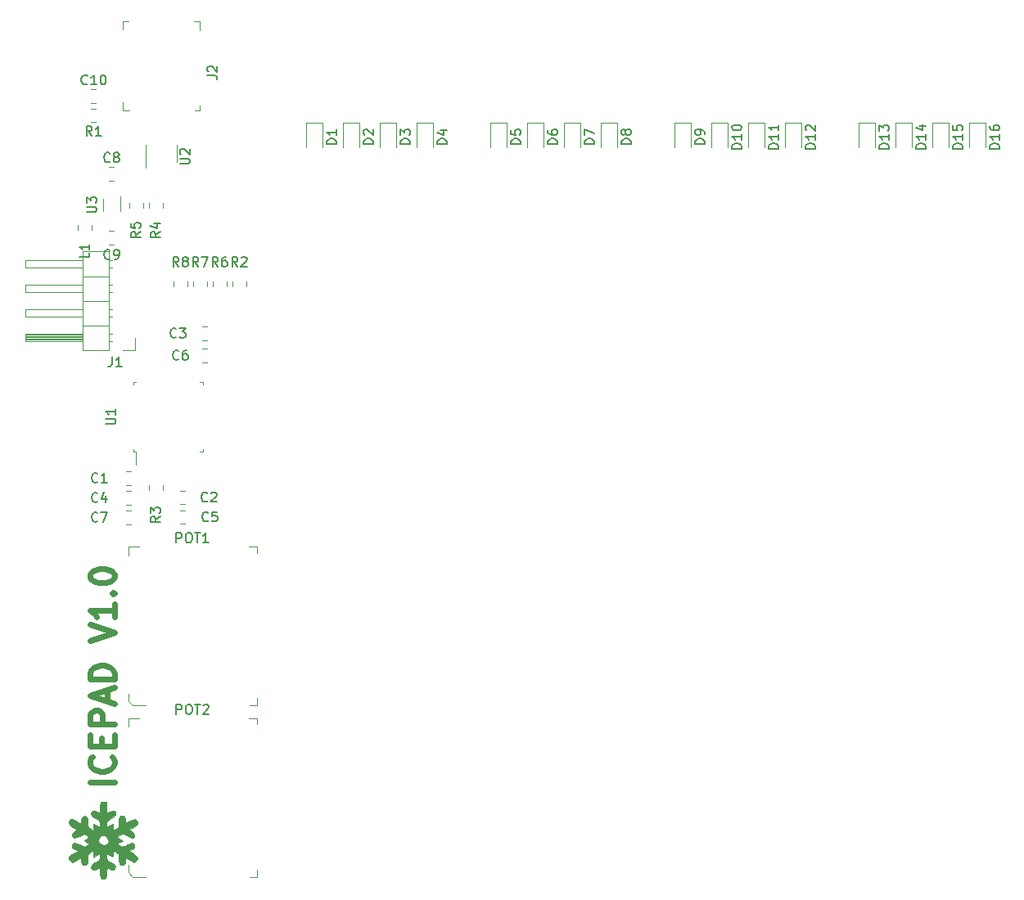
<source format=gbr>
G04 #@! TF.GenerationSoftware,KiCad,Pcbnew,5.1.5-52549c5~86~ubuntu18.04.1*
G04 #@! TF.CreationDate,2020-04-23T16:02:32+01:00*
G04 #@! TF.ProjectId,icepad,69636570-6164-42e6-9b69-6361645f7063,rev?*
G04 #@! TF.SameCoordinates,Original*
G04 #@! TF.FileFunction,Legend,Top*
G04 #@! TF.FilePolarity,Positive*
%FSLAX46Y46*%
G04 Gerber Fmt 4.6, Leading zero omitted, Abs format (unit mm)*
G04 Created by KiCad (PCBNEW 5.1.5-52549c5~86~ubuntu18.04.1) date 2020-04-23 16:02:32*
%MOMM*%
%LPD*%
G04 APERTURE LIST*
%ADD10C,0.625000*%
%ADD11C,0.100000*%
%ADD12C,0.010000*%
%ADD13C,0.120000*%
%ADD14C,0.150000*%
G04 APERTURE END LIST*
D10*
X86130952Y-128952380D02*
X83630952Y-128952380D01*
X85892857Y-126333333D02*
X86011904Y-126452380D01*
X86130952Y-126809523D01*
X86130952Y-127047619D01*
X86011904Y-127404761D01*
X85773809Y-127642857D01*
X85535714Y-127761904D01*
X85059523Y-127880952D01*
X84702380Y-127880952D01*
X84226190Y-127761904D01*
X83988095Y-127642857D01*
X83750000Y-127404761D01*
X83630952Y-127047619D01*
X83630952Y-126809523D01*
X83750000Y-126452380D01*
X83869047Y-126333333D01*
X84821428Y-125261904D02*
X84821428Y-124428571D01*
X86130952Y-124071428D02*
X86130952Y-125261904D01*
X83630952Y-125261904D01*
X83630952Y-124071428D01*
X86130952Y-123000000D02*
X83630952Y-123000000D01*
X83630952Y-122047619D01*
X83750000Y-121809523D01*
X83869047Y-121690476D01*
X84107142Y-121571428D01*
X84464285Y-121571428D01*
X84702380Y-121690476D01*
X84821428Y-121809523D01*
X84940476Y-122047619D01*
X84940476Y-123000000D01*
X85416666Y-120619047D02*
X85416666Y-119428571D01*
X86130952Y-120857142D02*
X83630952Y-120023809D01*
X86130952Y-119190476D01*
X86130952Y-118357142D02*
X83630952Y-118357142D01*
X83630952Y-117761904D01*
X83750000Y-117404761D01*
X83988095Y-117166666D01*
X84226190Y-117047619D01*
X84702380Y-116928571D01*
X85059523Y-116928571D01*
X85535714Y-117047619D01*
X85773809Y-117166666D01*
X86011904Y-117404761D01*
X86130952Y-117761904D01*
X86130952Y-118357142D01*
X83630952Y-114309523D02*
X86130952Y-113476190D01*
X83630952Y-112642857D01*
X86130952Y-110500000D02*
X86130952Y-111928571D01*
X86130952Y-111214285D02*
X83630952Y-111214285D01*
X83988095Y-111452380D01*
X84226190Y-111690476D01*
X84345238Y-111928571D01*
X85892857Y-109428571D02*
X86011904Y-109309523D01*
X86130952Y-109428571D01*
X86011904Y-109547619D01*
X85892857Y-109428571D01*
X86130952Y-109428571D01*
X83630952Y-107761904D02*
X83630952Y-107523809D01*
X83750000Y-107285714D01*
X83869047Y-107166666D01*
X84107142Y-107047619D01*
X84583333Y-106928571D01*
X85178571Y-106928571D01*
X85654761Y-107047619D01*
X85892857Y-107166666D01*
X86011904Y-107285714D01*
X86130952Y-107523809D01*
X86130952Y-107761904D01*
X86011904Y-108000000D01*
X85892857Y-108119047D01*
X85654761Y-108238095D01*
X85178571Y-108357142D01*
X84583333Y-108357142D01*
X84107142Y-108238095D01*
X83869047Y-108119047D01*
X83750000Y-108000000D01*
X83630952Y-107761904D01*
D11*
X94975000Y-59525000D02*
X94500000Y-59525000D01*
X94975000Y-58950000D02*
X94975000Y-59525000D01*
X94975000Y-50275000D02*
X94350000Y-50275000D01*
X94975000Y-51200000D02*
X94975000Y-50275000D01*
X87025000Y-50275000D02*
X87650000Y-50275000D01*
X87025000Y-51125000D02*
X87025000Y-50275000D01*
X87025000Y-58650000D02*
X87025000Y-59500000D01*
X87675000Y-59525000D02*
X87025000Y-59525000D01*
X87025000Y-59525000D02*
X87025000Y-59500000D01*
X100875000Y-122350000D02*
X100875000Y-123000000D01*
X100025000Y-122350000D02*
X100875000Y-122350000D01*
X100875000Y-138800000D02*
X100125000Y-138800000D01*
X100875000Y-138025000D02*
X100875000Y-138800000D01*
X87625000Y-122350000D02*
X87625000Y-123250000D01*
X88700000Y-122350000D02*
X87625000Y-122350000D01*
X88050000Y-138800000D02*
X89350000Y-138800000D01*
X87625000Y-138350000D02*
X88050000Y-138800000D01*
X87625000Y-137575000D02*
X87625000Y-138350000D01*
X100875000Y-104600000D02*
X100875000Y-105250000D01*
X100025000Y-104600000D02*
X100875000Y-104600000D01*
X100875000Y-121050000D02*
X100125000Y-121050000D01*
X100875000Y-120275000D02*
X100875000Y-121050000D01*
X87625000Y-104600000D02*
X87625000Y-105500000D01*
X88700000Y-104600000D02*
X87625000Y-104600000D01*
X88050000Y-121050000D02*
X89350000Y-121050000D01*
X87625000Y-120600000D02*
X88050000Y-121050000D01*
X87625000Y-119825000D02*
X87625000Y-120600000D01*
D12*
G36*
X85321362Y-131634250D02*
G01*
X85346392Y-132205500D01*
X85662947Y-132044005D01*
X85950477Y-131945835D01*
X86154087Y-131979174D01*
X86258956Y-132139081D01*
X86270000Y-132246326D01*
X86231812Y-132386435D01*
X86097629Y-132526001D01*
X85838022Y-132694581D01*
X85804333Y-132714000D01*
X85549770Y-132866810D01*
X85410263Y-132984847D01*
X85351387Y-133112894D01*
X85338717Y-133295734D01*
X85338666Y-133319785D01*
X85338666Y-133659144D01*
X85623826Y-133482905D01*
X85817854Y-133370619D01*
X85946505Y-133310077D01*
X85962493Y-133306666D01*
X85995729Y-133381942D01*
X86014470Y-133570406D01*
X86016000Y-133652388D01*
X86029570Y-133858762D01*
X86063620Y-133963893D01*
X86079500Y-133967172D01*
X86354705Y-133831130D01*
X86513069Y-133724610D01*
X86586756Y-133596693D01*
X86607931Y-133396457D01*
X86608666Y-133129448D01*
X86614925Y-132818412D01*
X86640954Y-132636185D01*
X86697632Y-132542475D01*
X86778000Y-132502333D01*
X87044571Y-132472470D01*
X87214078Y-132581181D01*
X87284130Y-132826647D01*
X87286000Y-132889038D01*
X87297737Y-133099080D01*
X87327000Y-133214407D01*
X87338042Y-133221999D01*
X87435532Y-133184606D01*
X87631291Y-133088347D01*
X87798970Y-132999456D01*
X88112030Y-132857865D01*
X88325508Y-132837911D01*
X88460779Y-132942725D01*
X88523907Y-133105659D01*
X88537590Y-133266638D01*
X88471386Y-133405902D01*
X88300842Y-133551525D01*
X88001507Y-133731586D01*
X87957749Y-133755754D01*
X87679622Y-133908509D01*
X87948477Y-134072010D01*
X88143711Y-134253359D01*
X88220031Y-134460460D01*
X88169421Y-134647676D01*
X88065271Y-134736756D01*
X87928350Y-134761621D01*
X87736720Y-134696545D01*
X87515188Y-134570401D01*
X87254182Y-134414154D01*
X87080042Y-134343350D01*
X86937203Y-134351849D01*
X86770100Y-134433513D01*
X86693370Y-134479599D01*
X86435314Y-134636532D01*
X86710314Y-134848605D01*
X86985313Y-135060677D01*
X86709555Y-135203278D01*
X86524527Y-135322101D01*
X86495643Y-135421871D01*
X86626547Y-135523815D01*
X86776298Y-135591961D01*
X86936721Y-135643262D01*
X87086609Y-135637021D01*
X87283056Y-135562561D01*
X87489362Y-135458632D01*
X87754989Y-135328550D01*
X87920847Y-135277836D01*
X88031303Y-135296985D01*
X88081914Y-135331679D01*
X88208722Y-135523674D01*
X88182297Y-135734547D01*
X88009882Y-135929124D01*
X87951006Y-135967480D01*
X87684679Y-136124803D01*
X88120339Y-136387140D01*
X88405835Y-136588415D01*
X88536046Y-136766429D01*
X88518854Y-136943211D01*
X88382714Y-137120619D01*
X88209428Y-137293904D01*
X87286000Y-136765572D01*
X87286000Y-137079952D01*
X87237054Y-137368356D01*
X87101181Y-137529642D01*
X86894826Y-137548935D01*
X86803071Y-137516729D01*
X86694195Y-137447478D01*
X86635485Y-137335324D01*
X86612053Y-137133775D01*
X86608666Y-136909664D01*
X86602161Y-136617685D01*
X86569855Y-136443117D01*
X86492559Y-136334169D01*
X86362769Y-136245921D01*
X86155200Y-136133133D01*
X86053068Y-136127765D01*
X86019130Y-136246041D01*
X86016000Y-136397000D01*
X86006923Y-136598107D01*
X85956701Y-136675134D01*
X85830851Y-136638639D01*
X85623826Y-136517094D01*
X85338666Y-136340855D01*
X85338666Y-136680214D01*
X85348498Y-136871353D01*
X85400942Y-137003026D01*
X85530425Y-137120014D01*
X85771370Y-137267103D01*
X85804333Y-137286000D01*
X86077429Y-137458551D01*
X86222604Y-137599124D01*
X86269555Y-137737625D01*
X86270000Y-137754901D01*
X86209327Y-137969910D01*
X86046493Y-138067658D01*
X85810272Y-138038258D01*
X85659860Y-137964532D01*
X85381000Y-137794394D01*
X85338666Y-138365697D01*
X85312917Y-138668404D01*
X85278970Y-138841352D01*
X85217159Y-138923723D01*
X85107816Y-138954703D01*
X85039290Y-138962179D01*
X84838528Y-138962038D01*
X84721790Y-138926901D01*
X84690517Y-138816577D01*
X84668674Y-138588501D01*
X84661333Y-138321859D01*
X84661333Y-137777273D01*
X84359814Y-137955174D01*
X84084017Y-138063805D01*
X83872862Y-138040796D01*
X83750610Y-137893861D01*
X83730000Y-137754901D01*
X83767491Y-137614707D01*
X83899765Y-137475905D01*
X84156519Y-137308590D01*
X84195666Y-137286000D01*
X84450299Y-137133087D01*
X84589821Y-137014944D01*
X84648671Y-136886910D01*
X84661288Y-136704325D01*
X84661333Y-136682122D01*
X84655755Y-136490573D01*
X84617868Y-136408653D01*
X84515941Y-136432520D01*
X84318241Y-136558333D01*
X84216833Y-136628314D01*
X83984000Y-136789530D01*
X83984000Y-136021710D01*
X83687666Y-136196551D01*
X83525390Y-136301342D01*
X83436742Y-136407210D01*
X83399492Y-136566911D01*
X83391407Y-136833204D01*
X83391333Y-136899772D01*
X83384660Y-137195410D01*
X83354496Y-137368364D01*
X83285619Y-137465079D01*
X83187794Y-137520891D01*
X82975663Y-137545976D01*
X82813995Y-137426480D01*
X82724719Y-137184731D01*
X82713999Y-137038417D01*
X82713999Y-136761835D01*
X82248796Y-137024380D01*
X81783592Y-137286925D01*
X81613796Y-137117129D01*
X81464263Y-136915562D01*
X81458355Y-136736805D01*
X81603520Y-136563185D01*
X81907206Y-136377032D01*
X81930833Y-136364976D01*
X82417666Y-136118571D01*
X82100166Y-135966937D01*
X81886590Y-135839774D01*
X81795780Y-135700016D01*
X81782666Y-135578598D01*
X81840687Y-135369464D01*
X82005200Y-135281176D01*
X82261878Y-135315937D01*
X82566570Y-135458170D01*
X82850633Y-135609411D01*
X83051376Y-135663301D01*
X83221346Y-135623544D01*
X83384818Y-135515868D01*
X83589969Y-135358168D01*
X83321318Y-135219243D01*
X83118328Y-135095613D01*
X83105301Y-135066337D01*
X84465695Y-135066337D01*
X84545034Y-135209092D01*
X84587123Y-135268685D01*
X84805943Y-135463714D01*
X85057368Y-135523999D01*
X85294733Y-135450021D01*
X85462769Y-135259602D01*
X85541160Y-135072752D01*
X85528989Y-134922887D01*
X85443777Y-134752137D01*
X85297643Y-134564303D01*
X85108598Y-134496471D01*
X85019922Y-134492535D01*
X84801273Y-134527866D01*
X84644035Y-134664569D01*
X84580113Y-134760685D01*
X84477767Y-134944320D01*
X84465695Y-135066337D01*
X83105301Y-135066337D01*
X83072929Y-134993591D01*
X83184530Y-134879021D01*
X83314036Y-134797447D01*
X83575406Y-134643052D01*
X83296083Y-134473186D01*
X83016760Y-134303319D01*
X82547880Y-134561063D01*
X82254571Y-134707048D01*
X82060432Y-134761595D01*
X81930833Y-134735862D01*
X81796687Y-134582596D01*
X81794493Y-134381193D01*
X81916075Y-134178580D01*
X82045904Y-134075426D01*
X82309141Y-133915342D01*
X82109404Y-133786473D01*
X81873689Y-133650745D01*
X81676833Y-133553212D01*
X81487449Y-133398974D01*
X81452743Y-133177125D01*
X81531645Y-132962433D01*
X81628756Y-132841376D01*
X81763908Y-132812104D01*
X81968891Y-132878320D01*
X82275494Y-133043732D01*
X82286940Y-133050469D01*
X82713999Y-133302272D01*
X82713999Y-132976170D01*
X82758170Y-132675175D01*
X82885206Y-132512607D01*
X83086897Y-132496285D01*
X83182173Y-132530403D01*
X83296887Y-132598551D01*
X83359833Y-132701006D01*
X83386235Y-132883895D01*
X83391333Y-133164261D01*
X83393487Y-133449074D01*
X83421514Y-133625813D01*
X83507762Y-133743559D01*
X83684580Y-133851395D01*
X83920500Y-133967172D01*
X83959541Y-133912281D01*
X83981924Y-133737628D01*
X83984000Y-133650668D01*
X83984000Y-133303225D01*
X84322666Y-133476000D01*
X84661333Y-133648774D01*
X84661333Y-133314601D01*
X84651113Y-133125934D01*
X84597480Y-132995104D01*
X84465972Y-132877663D01*
X84222130Y-132729165D01*
X84195666Y-132714000D01*
X83922570Y-132541448D01*
X83777395Y-132400875D01*
X83730444Y-132262374D01*
X83730000Y-132245098D01*
X83790672Y-132030089D01*
X83953506Y-131932341D01*
X84189727Y-131961741D01*
X84340139Y-132035467D01*
X84619000Y-132205605D01*
X84661333Y-131634302D01*
X84703666Y-131063000D01*
X85296333Y-131063000D01*
X85321362Y-131634250D01*
G37*
X85321362Y-131634250D02*
X85346392Y-132205500D01*
X85662947Y-132044005D01*
X85950477Y-131945835D01*
X86154087Y-131979174D01*
X86258956Y-132139081D01*
X86270000Y-132246326D01*
X86231812Y-132386435D01*
X86097629Y-132526001D01*
X85838022Y-132694581D01*
X85804333Y-132714000D01*
X85549770Y-132866810D01*
X85410263Y-132984847D01*
X85351387Y-133112894D01*
X85338717Y-133295734D01*
X85338666Y-133319785D01*
X85338666Y-133659144D01*
X85623826Y-133482905D01*
X85817854Y-133370619D01*
X85946505Y-133310077D01*
X85962493Y-133306666D01*
X85995729Y-133381942D01*
X86014470Y-133570406D01*
X86016000Y-133652388D01*
X86029570Y-133858762D01*
X86063620Y-133963893D01*
X86079500Y-133967172D01*
X86354705Y-133831130D01*
X86513069Y-133724610D01*
X86586756Y-133596693D01*
X86607931Y-133396457D01*
X86608666Y-133129448D01*
X86614925Y-132818412D01*
X86640954Y-132636185D01*
X86697632Y-132542475D01*
X86778000Y-132502333D01*
X87044571Y-132472470D01*
X87214078Y-132581181D01*
X87284130Y-132826647D01*
X87286000Y-132889038D01*
X87297737Y-133099080D01*
X87327000Y-133214407D01*
X87338042Y-133221999D01*
X87435532Y-133184606D01*
X87631291Y-133088347D01*
X87798970Y-132999456D01*
X88112030Y-132857865D01*
X88325508Y-132837911D01*
X88460779Y-132942725D01*
X88523907Y-133105659D01*
X88537590Y-133266638D01*
X88471386Y-133405902D01*
X88300842Y-133551525D01*
X88001507Y-133731586D01*
X87957749Y-133755754D01*
X87679622Y-133908509D01*
X87948477Y-134072010D01*
X88143711Y-134253359D01*
X88220031Y-134460460D01*
X88169421Y-134647676D01*
X88065271Y-134736756D01*
X87928350Y-134761621D01*
X87736720Y-134696545D01*
X87515188Y-134570401D01*
X87254182Y-134414154D01*
X87080042Y-134343350D01*
X86937203Y-134351849D01*
X86770100Y-134433513D01*
X86693370Y-134479599D01*
X86435314Y-134636532D01*
X86710314Y-134848605D01*
X86985313Y-135060677D01*
X86709555Y-135203278D01*
X86524527Y-135322101D01*
X86495643Y-135421871D01*
X86626547Y-135523815D01*
X86776298Y-135591961D01*
X86936721Y-135643262D01*
X87086609Y-135637021D01*
X87283056Y-135562561D01*
X87489362Y-135458632D01*
X87754989Y-135328550D01*
X87920847Y-135277836D01*
X88031303Y-135296985D01*
X88081914Y-135331679D01*
X88208722Y-135523674D01*
X88182297Y-135734547D01*
X88009882Y-135929124D01*
X87951006Y-135967480D01*
X87684679Y-136124803D01*
X88120339Y-136387140D01*
X88405835Y-136588415D01*
X88536046Y-136766429D01*
X88518854Y-136943211D01*
X88382714Y-137120619D01*
X88209428Y-137293904D01*
X87286000Y-136765572D01*
X87286000Y-137079952D01*
X87237054Y-137368356D01*
X87101181Y-137529642D01*
X86894826Y-137548935D01*
X86803071Y-137516729D01*
X86694195Y-137447478D01*
X86635485Y-137335324D01*
X86612053Y-137133775D01*
X86608666Y-136909664D01*
X86602161Y-136617685D01*
X86569855Y-136443117D01*
X86492559Y-136334169D01*
X86362769Y-136245921D01*
X86155200Y-136133133D01*
X86053068Y-136127765D01*
X86019130Y-136246041D01*
X86016000Y-136397000D01*
X86006923Y-136598107D01*
X85956701Y-136675134D01*
X85830851Y-136638639D01*
X85623826Y-136517094D01*
X85338666Y-136340855D01*
X85338666Y-136680214D01*
X85348498Y-136871353D01*
X85400942Y-137003026D01*
X85530425Y-137120014D01*
X85771370Y-137267103D01*
X85804333Y-137286000D01*
X86077429Y-137458551D01*
X86222604Y-137599124D01*
X86269555Y-137737625D01*
X86270000Y-137754901D01*
X86209327Y-137969910D01*
X86046493Y-138067658D01*
X85810272Y-138038258D01*
X85659860Y-137964532D01*
X85381000Y-137794394D01*
X85338666Y-138365697D01*
X85312917Y-138668404D01*
X85278970Y-138841352D01*
X85217159Y-138923723D01*
X85107816Y-138954703D01*
X85039290Y-138962179D01*
X84838528Y-138962038D01*
X84721790Y-138926901D01*
X84690517Y-138816577D01*
X84668674Y-138588501D01*
X84661333Y-138321859D01*
X84661333Y-137777273D01*
X84359814Y-137955174D01*
X84084017Y-138063805D01*
X83872862Y-138040796D01*
X83750610Y-137893861D01*
X83730000Y-137754901D01*
X83767491Y-137614707D01*
X83899765Y-137475905D01*
X84156519Y-137308590D01*
X84195666Y-137286000D01*
X84450299Y-137133087D01*
X84589821Y-137014944D01*
X84648671Y-136886910D01*
X84661288Y-136704325D01*
X84661333Y-136682122D01*
X84655755Y-136490573D01*
X84617868Y-136408653D01*
X84515941Y-136432520D01*
X84318241Y-136558333D01*
X84216833Y-136628314D01*
X83984000Y-136789530D01*
X83984000Y-136021710D01*
X83687666Y-136196551D01*
X83525390Y-136301342D01*
X83436742Y-136407210D01*
X83399492Y-136566911D01*
X83391407Y-136833204D01*
X83391333Y-136899772D01*
X83384660Y-137195410D01*
X83354496Y-137368364D01*
X83285619Y-137465079D01*
X83187794Y-137520891D01*
X82975663Y-137545976D01*
X82813995Y-137426480D01*
X82724719Y-137184731D01*
X82713999Y-137038417D01*
X82713999Y-136761835D01*
X82248796Y-137024380D01*
X81783592Y-137286925D01*
X81613796Y-137117129D01*
X81464263Y-136915562D01*
X81458355Y-136736805D01*
X81603520Y-136563185D01*
X81907206Y-136377032D01*
X81930833Y-136364976D01*
X82417666Y-136118571D01*
X82100166Y-135966937D01*
X81886590Y-135839774D01*
X81795780Y-135700016D01*
X81782666Y-135578598D01*
X81840687Y-135369464D01*
X82005200Y-135281176D01*
X82261878Y-135315937D01*
X82566570Y-135458170D01*
X82850633Y-135609411D01*
X83051376Y-135663301D01*
X83221346Y-135623544D01*
X83384818Y-135515868D01*
X83589969Y-135358168D01*
X83321318Y-135219243D01*
X83118328Y-135095613D01*
X83105301Y-135066337D01*
X84465695Y-135066337D01*
X84545034Y-135209092D01*
X84587123Y-135268685D01*
X84805943Y-135463714D01*
X85057368Y-135523999D01*
X85294733Y-135450021D01*
X85462769Y-135259602D01*
X85541160Y-135072752D01*
X85528989Y-134922887D01*
X85443777Y-134752137D01*
X85297643Y-134564303D01*
X85108598Y-134496471D01*
X85019922Y-134492535D01*
X84801273Y-134527866D01*
X84644035Y-134664569D01*
X84580113Y-134760685D01*
X84477767Y-134944320D01*
X84465695Y-135066337D01*
X83105301Y-135066337D01*
X83072929Y-134993591D01*
X83184530Y-134879021D01*
X83314036Y-134797447D01*
X83575406Y-134643052D01*
X83296083Y-134473186D01*
X83016760Y-134303319D01*
X82547880Y-134561063D01*
X82254571Y-134707048D01*
X82060432Y-134761595D01*
X81930833Y-134735862D01*
X81796687Y-134582596D01*
X81794493Y-134381193D01*
X81916075Y-134178580D01*
X82045904Y-134075426D01*
X82309141Y-133915342D01*
X82109404Y-133786473D01*
X81873689Y-133650745D01*
X81676833Y-133553212D01*
X81487449Y-133398974D01*
X81452743Y-133177125D01*
X81531645Y-132962433D01*
X81628756Y-132841376D01*
X81763908Y-132812104D01*
X81968891Y-132878320D01*
X82275494Y-133043732D01*
X82286940Y-133050469D01*
X82713999Y-133302272D01*
X82713999Y-132976170D01*
X82758170Y-132675175D01*
X82885206Y-132512607D01*
X83086897Y-132496285D01*
X83182173Y-132530403D01*
X83296887Y-132598551D01*
X83359833Y-132701006D01*
X83386235Y-132883895D01*
X83391333Y-133164261D01*
X83393487Y-133449074D01*
X83421514Y-133625813D01*
X83507762Y-133743559D01*
X83684580Y-133851395D01*
X83920500Y-133967172D01*
X83959541Y-133912281D01*
X83981924Y-133737628D01*
X83984000Y-133650668D01*
X83984000Y-133303225D01*
X84322666Y-133476000D01*
X84661333Y-133648774D01*
X84661333Y-133314601D01*
X84651113Y-133125934D01*
X84597480Y-132995104D01*
X84465972Y-132877663D01*
X84222130Y-132729165D01*
X84195666Y-132714000D01*
X83922570Y-132541448D01*
X83777395Y-132400875D01*
X83730444Y-132262374D01*
X83730000Y-132245098D01*
X83790672Y-132030089D01*
X83953506Y-131932341D01*
X84189727Y-131961741D01*
X84340139Y-132035467D01*
X84619000Y-132205605D01*
X84661333Y-131634302D01*
X84703666Y-131063000D01*
X85296333Y-131063000D01*
X85321362Y-131634250D01*
D13*
X93674000Y-77728578D02*
X93674000Y-77211422D01*
X92254000Y-77728578D02*
X92254000Y-77211422D01*
X95706000Y-77728578D02*
X95706000Y-77211422D01*
X94286000Y-77728578D02*
X94286000Y-77211422D01*
X97738000Y-77728578D02*
X97738000Y-77211422D01*
X96318000Y-77728578D02*
X96318000Y-77211422D01*
X99770000Y-77728578D02*
X99770000Y-77211422D01*
X98350000Y-77728578D02*
X98350000Y-77211422D01*
X89714000Y-98293422D02*
X89714000Y-98810578D01*
X91134000Y-98293422D02*
X91134000Y-98810578D01*
X83741422Y-58710000D02*
X84258578Y-58710000D01*
X83741422Y-57290000D02*
X84258578Y-57290000D01*
X85593422Y-73354000D02*
X86110578Y-73354000D01*
X85593422Y-71934000D02*
X86110578Y-71934000D01*
X85593422Y-66750000D02*
X86110578Y-66750000D01*
X85593422Y-65330000D02*
X86110578Y-65330000D01*
X87888578Y-100890000D02*
X87371422Y-100890000D01*
X87888578Y-102310000D02*
X87371422Y-102310000D01*
X95245422Y-85546000D02*
X95762578Y-85546000D01*
X95245422Y-84126000D02*
X95762578Y-84126000D01*
X92959422Y-102278000D02*
X93476578Y-102278000D01*
X92959422Y-100858000D02*
X93476578Y-100858000D01*
X87888578Y-98858000D02*
X87371422Y-98858000D01*
X87888578Y-100278000D02*
X87371422Y-100278000D01*
X95245422Y-83260000D02*
X95762578Y-83260000D01*
X95245422Y-81840000D02*
X95762578Y-81840000D01*
X92959422Y-100246000D02*
X93476578Y-100246000D01*
X92959422Y-98826000D02*
X93476578Y-98826000D01*
X87888578Y-96826000D02*
X87371422Y-96826000D01*
X87888578Y-98246000D02*
X87371422Y-98246000D01*
X84258578Y-59290000D02*
X83741422Y-59290000D01*
X84258578Y-60710000D02*
X83741422Y-60710000D01*
X86752000Y-68342000D02*
X86752000Y-69892000D01*
X84952000Y-69892000D02*
X84952000Y-68592000D01*
X89390000Y-63000000D02*
X89390000Y-65450000D01*
X92610000Y-64800000D02*
X92610000Y-63000000D01*
X88384000Y-94796000D02*
X88384000Y-96111000D01*
X88084000Y-94796000D02*
X88384000Y-94796000D01*
X88084000Y-94496000D02*
X88084000Y-94796000D01*
X88084000Y-87576000D02*
X88384000Y-87576000D01*
X88084000Y-87876000D02*
X88084000Y-87576000D01*
X95304000Y-94796000D02*
X95004000Y-94796000D01*
X95304000Y-94496000D02*
X95304000Y-94796000D01*
X95304000Y-87576000D02*
X95004000Y-87576000D01*
X95304000Y-87876000D02*
X95304000Y-87576000D01*
X87682000Y-69083422D02*
X87682000Y-69600578D01*
X89102000Y-69083422D02*
X89102000Y-69600578D01*
X91134000Y-69600578D02*
X91134000Y-69083422D01*
X89714000Y-69600578D02*
X89714000Y-69083422D01*
X82348000Y-71369422D02*
X82348000Y-71886578D01*
X83768000Y-71369422D02*
X83768000Y-71886578D01*
X88270000Y-84270000D02*
X87000000Y-84270000D01*
X88270000Y-83000000D02*
X88270000Y-84270000D01*
X85957071Y-75000000D02*
X85560000Y-75000000D01*
X85957071Y-75760000D02*
X85560000Y-75760000D01*
X76900000Y-75000000D02*
X82900000Y-75000000D01*
X76900000Y-75760000D02*
X76900000Y-75000000D01*
X82900000Y-75760000D02*
X76900000Y-75760000D01*
X85560000Y-76650000D02*
X82900000Y-76650000D01*
X85957071Y-77540000D02*
X85560000Y-77540000D01*
X85957071Y-78300000D02*
X85560000Y-78300000D01*
X76900000Y-77540000D02*
X82900000Y-77540000D01*
X76900000Y-78300000D02*
X76900000Y-77540000D01*
X82900000Y-78300000D02*
X76900000Y-78300000D01*
X85560000Y-79190000D02*
X82900000Y-79190000D01*
X85957071Y-80080000D02*
X85560000Y-80080000D01*
X85957071Y-80840000D02*
X85560000Y-80840000D01*
X76900000Y-80080000D02*
X82900000Y-80080000D01*
X76900000Y-80840000D02*
X76900000Y-80080000D01*
X82900000Y-80840000D02*
X76900000Y-80840000D01*
X85560000Y-81730000D02*
X82900000Y-81730000D01*
X85890000Y-82620000D02*
X85560000Y-82620000D01*
X85890000Y-83380000D02*
X85560000Y-83380000D01*
X82900000Y-82720000D02*
X76900000Y-82720000D01*
X82900000Y-82840000D02*
X76900000Y-82840000D01*
X82900000Y-82960000D02*
X76900000Y-82960000D01*
X82900000Y-83080000D02*
X76900000Y-83080000D01*
X82900000Y-83200000D02*
X76900000Y-83200000D01*
X82900000Y-83320000D02*
X76900000Y-83320000D01*
X76900000Y-82620000D02*
X82900000Y-82620000D01*
X76900000Y-83380000D02*
X76900000Y-82620000D01*
X82900000Y-83380000D02*
X76900000Y-83380000D01*
X82900000Y-84330000D02*
X85560000Y-84330000D01*
X82900000Y-74050000D02*
X82900000Y-84330000D01*
X85560000Y-74050000D02*
X82900000Y-74050000D01*
X85560000Y-84330000D02*
X85560000Y-74050000D01*
X176237000Y-60730000D02*
X176237000Y-63280000D01*
X174537000Y-60730000D02*
X174537000Y-63280000D01*
X176237000Y-60730000D02*
X174537000Y-60730000D01*
X172427000Y-60730000D02*
X172427000Y-63280000D01*
X170727000Y-60730000D02*
X170727000Y-63280000D01*
X172427000Y-60730000D02*
X170727000Y-60730000D01*
X168617000Y-60730000D02*
X168617000Y-63280000D01*
X166917000Y-60730000D02*
X166917000Y-63280000D01*
X168617000Y-60730000D02*
X166917000Y-60730000D01*
X164807000Y-60730000D02*
X164807000Y-63280000D01*
X163107000Y-60730000D02*
X163107000Y-63280000D01*
X164807000Y-60730000D02*
X163107000Y-60730000D01*
X157187000Y-60730000D02*
X157187000Y-63280000D01*
X155487000Y-60730000D02*
X155487000Y-63280000D01*
X157187000Y-60730000D02*
X155487000Y-60730000D01*
X153377000Y-60730000D02*
X153377000Y-63280000D01*
X151677000Y-60730000D02*
X151677000Y-63280000D01*
X153377000Y-60730000D02*
X151677000Y-60730000D01*
X149567000Y-60730000D02*
X149567000Y-63280000D01*
X147867000Y-60730000D02*
X147867000Y-63280000D01*
X149567000Y-60730000D02*
X147867000Y-60730000D01*
X145757000Y-60730000D02*
X145757000Y-63280000D01*
X144057000Y-60730000D02*
X144057000Y-63280000D01*
X145757000Y-60730000D02*
X144057000Y-60730000D01*
X138137000Y-60730000D02*
X138137000Y-63280000D01*
X136437000Y-60730000D02*
X136437000Y-63280000D01*
X138137000Y-60730000D02*
X136437000Y-60730000D01*
X134327000Y-60730000D02*
X134327000Y-63280000D01*
X132627000Y-60730000D02*
X132627000Y-63280000D01*
X134327000Y-60730000D02*
X132627000Y-60730000D01*
X130517000Y-60730000D02*
X130517000Y-63280000D01*
X128817000Y-60730000D02*
X128817000Y-63280000D01*
X130517000Y-60730000D02*
X128817000Y-60730000D01*
X126707000Y-60730000D02*
X126707000Y-63280000D01*
X125007000Y-60730000D02*
X125007000Y-63280000D01*
X126707000Y-60730000D02*
X125007000Y-60730000D01*
X119087000Y-60730000D02*
X119087000Y-63280000D01*
X117387000Y-60730000D02*
X117387000Y-63280000D01*
X119087000Y-60730000D02*
X117387000Y-60730000D01*
X115277000Y-60730000D02*
X115277000Y-63280000D01*
X113577000Y-60730000D02*
X113577000Y-63280000D01*
X115277000Y-60730000D02*
X113577000Y-60730000D01*
X111467000Y-60730000D02*
X111467000Y-63280000D01*
X109767000Y-60730000D02*
X109767000Y-63280000D01*
X111467000Y-60730000D02*
X109767000Y-60730000D01*
X107657000Y-60730000D02*
X107657000Y-63280000D01*
X105957000Y-60730000D02*
X105957000Y-63280000D01*
X107657000Y-60730000D02*
X105957000Y-60730000D01*
D14*
X95777380Y-55883333D02*
X96491666Y-55883333D01*
X96634523Y-55930952D01*
X96729761Y-56026190D01*
X96777380Y-56169047D01*
X96777380Y-56264285D01*
X95872619Y-55454761D02*
X95825000Y-55407142D01*
X95777380Y-55311904D01*
X95777380Y-55073809D01*
X95825000Y-54978571D01*
X95872619Y-54930952D01*
X95967857Y-54883333D01*
X96063095Y-54883333D01*
X96205952Y-54930952D01*
X96777380Y-55502380D01*
X96777380Y-54883333D01*
X92557142Y-121952380D02*
X92557142Y-120952380D01*
X92938095Y-120952380D01*
X93033333Y-121000000D01*
X93080952Y-121047619D01*
X93128571Y-121142857D01*
X93128571Y-121285714D01*
X93080952Y-121380952D01*
X93033333Y-121428571D01*
X92938095Y-121476190D01*
X92557142Y-121476190D01*
X93747619Y-120952380D02*
X93938095Y-120952380D01*
X94033333Y-121000000D01*
X94128571Y-121095238D01*
X94176190Y-121285714D01*
X94176190Y-121619047D01*
X94128571Y-121809523D01*
X94033333Y-121904761D01*
X93938095Y-121952380D01*
X93747619Y-121952380D01*
X93652380Y-121904761D01*
X93557142Y-121809523D01*
X93509523Y-121619047D01*
X93509523Y-121285714D01*
X93557142Y-121095238D01*
X93652380Y-121000000D01*
X93747619Y-120952380D01*
X94461904Y-120952380D02*
X95033333Y-120952380D01*
X94747619Y-121952380D02*
X94747619Y-120952380D01*
X95319047Y-121047619D02*
X95366666Y-121000000D01*
X95461904Y-120952380D01*
X95700000Y-120952380D01*
X95795238Y-121000000D01*
X95842857Y-121047619D01*
X95890476Y-121142857D01*
X95890476Y-121238095D01*
X95842857Y-121380952D01*
X95271428Y-121952380D01*
X95890476Y-121952380D01*
X92557142Y-104202380D02*
X92557142Y-103202380D01*
X92938095Y-103202380D01*
X93033333Y-103250000D01*
X93080952Y-103297619D01*
X93128571Y-103392857D01*
X93128571Y-103535714D01*
X93080952Y-103630952D01*
X93033333Y-103678571D01*
X92938095Y-103726190D01*
X92557142Y-103726190D01*
X93747619Y-103202380D02*
X93938095Y-103202380D01*
X94033333Y-103250000D01*
X94128571Y-103345238D01*
X94176190Y-103535714D01*
X94176190Y-103869047D01*
X94128571Y-104059523D01*
X94033333Y-104154761D01*
X93938095Y-104202380D01*
X93747619Y-104202380D01*
X93652380Y-104154761D01*
X93557142Y-104059523D01*
X93509523Y-103869047D01*
X93509523Y-103535714D01*
X93557142Y-103345238D01*
X93652380Y-103250000D01*
X93747619Y-103202380D01*
X94461904Y-103202380D02*
X95033333Y-103202380D01*
X94747619Y-104202380D02*
X94747619Y-103202380D01*
X95890476Y-104202380D02*
X95319047Y-104202380D01*
X95604761Y-104202380D02*
X95604761Y-103202380D01*
X95509523Y-103345238D01*
X95414285Y-103440476D01*
X95319047Y-103488095D01*
X92797333Y-75636380D02*
X92464000Y-75160190D01*
X92225904Y-75636380D02*
X92225904Y-74636380D01*
X92606857Y-74636380D01*
X92702095Y-74684000D01*
X92749714Y-74731619D01*
X92797333Y-74826857D01*
X92797333Y-74969714D01*
X92749714Y-75064952D01*
X92702095Y-75112571D01*
X92606857Y-75160190D01*
X92225904Y-75160190D01*
X93368761Y-75064952D02*
X93273523Y-75017333D01*
X93225904Y-74969714D01*
X93178285Y-74874476D01*
X93178285Y-74826857D01*
X93225904Y-74731619D01*
X93273523Y-74684000D01*
X93368761Y-74636380D01*
X93559238Y-74636380D01*
X93654476Y-74684000D01*
X93702095Y-74731619D01*
X93749714Y-74826857D01*
X93749714Y-74874476D01*
X93702095Y-74969714D01*
X93654476Y-75017333D01*
X93559238Y-75064952D01*
X93368761Y-75064952D01*
X93273523Y-75112571D01*
X93225904Y-75160190D01*
X93178285Y-75255428D01*
X93178285Y-75445904D01*
X93225904Y-75541142D01*
X93273523Y-75588761D01*
X93368761Y-75636380D01*
X93559238Y-75636380D01*
X93654476Y-75588761D01*
X93702095Y-75541142D01*
X93749714Y-75445904D01*
X93749714Y-75255428D01*
X93702095Y-75160190D01*
X93654476Y-75112571D01*
X93559238Y-75064952D01*
X94829333Y-75636380D02*
X94496000Y-75160190D01*
X94257904Y-75636380D02*
X94257904Y-74636380D01*
X94638857Y-74636380D01*
X94734095Y-74684000D01*
X94781714Y-74731619D01*
X94829333Y-74826857D01*
X94829333Y-74969714D01*
X94781714Y-75064952D01*
X94734095Y-75112571D01*
X94638857Y-75160190D01*
X94257904Y-75160190D01*
X95162666Y-74636380D02*
X95829333Y-74636380D01*
X95400761Y-75636380D01*
X96861333Y-75636380D02*
X96528000Y-75160190D01*
X96289904Y-75636380D02*
X96289904Y-74636380D01*
X96670857Y-74636380D01*
X96766095Y-74684000D01*
X96813714Y-74731619D01*
X96861333Y-74826857D01*
X96861333Y-74969714D01*
X96813714Y-75064952D01*
X96766095Y-75112571D01*
X96670857Y-75160190D01*
X96289904Y-75160190D01*
X97718476Y-74636380D02*
X97528000Y-74636380D01*
X97432761Y-74684000D01*
X97385142Y-74731619D01*
X97289904Y-74874476D01*
X97242285Y-75064952D01*
X97242285Y-75445904D01*
X97289904Y-75541142D01*
X97337523Y-75588761D01*
X97432761Y-75636380D01*
X97623238Y-75636380D01*
X97718476Y-75588761D01*
X97766095Y-75541142D01*
X97813714Y-75445904D01*
X97813714Y-75207809D01*
X97766095Y-75112571D01*
X97718476Y-75064952D01*
X97623238Y-75017333D01*
X97432761Y-75017333D01*
X97337523Y-75064952D01*
X97289904Y-75112571D01*
X97242285Y-75207809D01*
X98893333Y-75636380D02*
X98560000Y-75160190D01*
X98321904Y-75636380D02*
X98321904Y-74636380D01*
X98702857Y-74636380D01*
X98798095Y-74684000D01*
X98845714Y-74731619D01*
X98893333Y-74826857D01*
X98893333Y-74969714D01*
X98845714Y-75064952D01*
X98798095Y-75112571D01*
X98702857Y-75160190D01*
X98321904Y-75160190D01*
X99274285Y-74731619D02*
X99321904Y-74684000D01*
X99417142Y-74636380D01*
X99655238Y-74636380D01*
X99750476Y-74684000D01*
X99798095Y-74731619D01*
X99845714Y-74826857D01*
X99845714Y-74922095D01*
X99798095Y-75064952D01*
X99226666Y-75636380D01*
X99845714Y-75636380D01*
X90876380Y-101512666D02*
X90400190Y-101846000D01*
X90876380Y-102084095D02*
X89876380Y-102084095D01*
X89876380Y-101703142D01*
X89924000Y-101607904D01*
X89971619Y-101560285D01*
X90066857Y-101512666D01*
X90209714Y-101512666D01*
X90304952Y-101560285D01*
X90352571Y-101607904D01*
X90400190Y-101703142D01*
X90400190Y-102084095D01*
X89876380Y-101179333D02*
X89876380Y-100560285D01*
X90257333Y-100893619D01*
X90257333Y-100750761D01*
X90304952Y-100655523D01*
X90352571Y-100607904D01*
X90447809Y-100560285D01*
X90685904Y-100560285D01*
X90781142Y-100607904D01*
X90828761Y-100655523D01*
X90876380Y-100750761D01*
X90876380Y-101036476D01*
X90828761Y-101131714D01*
X90781142Y-101179333D01*
X83357142Y-56707142D02*
X83309523Y-56754761D01*
X83166666Y-56802380D01*
X83071428Y-56802380D01*
X82928571Y-56754761D01*
X82833333Y-56659523D01*
X82785714Y-56564285D01*
X82738095Y-56373809D01*
X82738095Y-56230952D01*
X82785714Y-56040476D01*
X82833333Y-55945238D01*
X82928571Y-55850000D01*
X83071428Y-55802380D01*
X83166666Y-55802380D01*
X83309523Y-55850000D01*
X83357142Y-55897619D01*
X84309523Y-56802380D02*
X83738095Y-56802380D01*
X84023809Y-56802380D02*
X84023809Y-55802380D01*
X83928571Y-55945238D01*
X83833333Y-56040476D01*
X83738095Y-56088095D01*
X84928571Y-55802380D02*
X85023809Y-55802380D01*
X85119047Y-55850000D01*
X85166666Y-55897619D01*
X85214285Y-55992857D01*
X85261904Y-56183333D01*
X85261904Y-56421428D01*
X85214285Y-56611904D01*
X85166666Y-56707142D01*
X85119047Y-56754761D01*
X85023809Y-56802380D01*
X84928571Y-56802380D01*
X84833333Y-56754761D01*
X84785714Y-56707142D01*
X84738095Y-56611904D01*
X84690476Y-56421428D01*
X84690476Y-56183333D01*
X84738095Y-55992857D01*
X84785714Y-55897619D01*
X84833333Y-55850000D01*
X84928571Y-55802380D01*
X85685333Y-74779142D02*
X85637714Y-74826761D01*
X85494857Y-74874380D01*
X85399619Y-74874380D01*
X85256761Y-74826761D01*
X85161523Y-74731523D01*
X85113904Y-74636285D01*
X85066285Y-74445809D01*
X85066285Y-74302952D01*
X85113904Y-74112476D01*
X85161523Y-74017238D01*
X85256761Y-73922000D01*
X85399619Y-73874380D01*
X85494857Y-73874380D01*
X85637714Y-73922000D01*
X85685333Y-73969619D01*
X86161523Y-74874380D02*
X86352000Y-74874380D01*
X86447238Y-74826761D01*
X86494857Y-74779142D01*
X86590095Y-74636285D01*
X86637714Y-74445809D01*
X86637714Y-74064857D01*
X86590095Y-73969619D01*
X86542476Y-73922000D01*
X86447238Y-73874380D01*
X86256761Y-73874380D01*
X86161523Y-73922000D01*
X86113904Y-73969619D01*
X86066285Y-74064857D01*
X86066285Y-74302952D01*
X86113904Y-74398190D01*
X86161523Y-74445809D01*
X86256761Y-74493428D01*
X86447238Y-74493428D01*
X86542476Y-74445809D01*
X86590095Y-74398190D01*
X86637714Y-74302952D01*
X85685333Y-64747142D02*
X85637714Y-64794761D01*
X85494857Y-64842380D01*
X85399619Y-64842380D01*
X85256761Y-64794761D01*
X85161523Y-64699523D01*
X85113904Y-64604285D01*
X85066285Y-64413809D01*
X85066285Y-64270952D01*
X85113904Y-64080476D01*
X85161523Y-63985238D01*
X85256761Y-63890000D01*
X85399619Y-63842380D01*
X85494857Y-63842380D01*
X85637714Y-63890000D01*
X85685333Y-63937619D01*
X86256761Y-64270952D02*
X86161523Y-64223333D01*
X86113904Y-64175714D01*
X86066285Y-64080476D01*
X86066285Y-64032857D01*
X86113904Y-63937619D01*
X86161523Y-63890000D01*
X86256761Y-63842380D01*
X86447238Y-63842380D01*
X86542476Y-63890000D01*
X86590095Y-63937619D01*
X86637714Y-64032857D01*
X86637714Y-64080476D01*
X86590095Y-64175714D01*
X86542476Y-64223333D01*
X86447238Y-64270952D01*
X86256761Y-64270952D01*
X86161523Y-64318571D01*
X86113904Y-64366190D01*
X86066285Y-64461428D01*
X86066285Y-64651904D01*
X86113904Y-64747142D01*
X86161523Y-64794761D01*
X86256761Y-64842380D01*
X86447238Y-64842380D01*
X86542476Y-64794761D01*
X86590095Y-64747142D01*
X86637714Y-64651904D01*
X86637714Y-64461428D01*
X86590095Y-64366190D01*
X86542476Y-64318571D01*
X86447238Y-64270952D01*
X84415333Y-101957142D02*
X84367714Y-102004761D01*
X84224857Y-102052380D01*
X84129619Y-102052380D01*
X83986761Y-102004761D01*
X83891523Y-101909523D01*
X83843904Y-101814285D01*
X83796285Y-101623809D01*
X83796285Y-101480952D01*
X83843904Y-101290476D01*
X83891523Y-101195238D01*
X83986761Y-101100000D01*
X84129619Y-101052380D01*
X84224857Y-101052380D01*
X84367714Y-101100000D01*
X84415333Y-101147619D01*
X84748666Y-101052380D02*
X85415333Y-101052380D01*
X84986761Y-102052380D01*
X92797333Y-85193142D02*
X92749714Y-85240761D01*
X92606857Y-85288380D01*
X92511619Y-85288380D01*
X92368761Y-85240761D01*
X92273523Y-85145523D01*
X92225904Y-85050285D01*
X92178285Y-84859809D01*
X92178285Y-84716952D01*
X92225904Y-84526476D01*
X92273523Y-84431238D01*
X92368761Y-84336000D01*
X92511619Y-84288380D01*
X92606857Y-84288380D01*
X92749714Y-84336000D01*
X92797333Y-84383619D01*
X93654476Y-84288380D02*
X93464000Y-84288380D01*
X93368761Y-84336000D01*
X93321142Y-84383619D01*
X93225904Y-84526476D01*
X93178285Y-84716952D01*
X93178285Y-85097904D01*
X93225904Y-85193142D01*
X93273523Y-85240761D01*
X93368761Y-85288380D01*
X93559238Y-85288380D01*
X93654476Y-85240761D01*
X93702095Y-85193142D01*
X93749714Y-85097904D01*
X93749714Y-84859809D01*
X93702095Y-84764571D01*
X93654476Y-84716952D01*
X93559238Y-84669333D01*
X93368761Y-84669333D01*
X93273523Y-84716952D01*
X93225904Y-84764571D01*
X93178285Y-84859809D01*
X95845333Y-101925142D02*
X95797714Y-101972761D01*
X95654857Y-102020380D01*
X95559619Y-102020380D01*
X95416761Y-101972761D01*
X95321523Y-101877523D01*
X95273904Y-101782285D01*
X95226285Y-101591809D01*
X95226285Y-101448952D01*
X95273904Y-101258476D01*
X95321523Y-101163238D01*
X95416761Y-101068000D01*
X95559619Y-101020380D01*
X95654857Y-101020380D01*
X95797714Y-101068000D01*
X95845333Y-101115619D01*
X96750095Y-101020380D02*
X96273904Y-101020380D01*
X96226285Y-101496571D01*
X96273904Y-101448952D01*
X96369142Y-101401333D01*
X96607238Y-101401333D01*
X96702476Y-101448952D01*
X96750095Y-101496571D01*
X96797714Y-101591809D01*
X96797714Y-101829904D01*
X96750095Y-101925142D01*
X96702476Y-101972761D01*
X96607238Y-102020380D01*
X96369142Y-102020380D01*
X96273904Y-101972761D01*
X96226285Y-101925142D01*
X84415333Y-99925142D02*
X84367714Y-99972761D01*
X84224857Y-100020380D01*
X84129619Y-100020380D01*
X83986761Y-99972761D01*
X83891523Y-99877523D01*
X83843904Y-99782285D01*
X83796285Y-99591809D01*
X83796285Y-99448952D01*
X83843904Y-99258476D01*
X83891523Y-99163238D01*
X83986761Y-99068000D01*
X84129619Y-99020380D01*
X84224857Y-99020380D01*
X84367714Y-99068000D01*
X84415333Y-99115619D01*
X85272476Y-99353714D02*
X85272476Y-100020380D01*
X85034380Y-98972761D02*
X84796285Y-99687047D01*
X85415333Y-99687047D01*
X92543333Y-82907142D02*
X92495714Y-82954761D01*
X92352857Y-83002380D01*
X92257619Y-83002380D01*
X92114761Y-82954761D01*
X92019523Y-82859523D01*
X91971904Y-82764285D01*
X91924285Y-82573809D01*
X91924285Y-82430952D01*
X91971904Y-82240476D01*
X92019523Y-82145238D01*
X92114761Y-82050000D01*
X92257619Y-82002380D01*
X92352857Y-82002380D01*
X92495714Y-82050000D01*
X92543333Y-82097619D01*
X92876666Y-82002380D02*
X93495714Y-82002380D01*
X93162380Y-82383333D01*
X93305238Y-82383333D01*
X93400476Y-82430952D01*
X93448095Y-82478571D01*
X93495714Y-82573809D01*
X93495714Y-82811904D01*
X93448095Y-82907142D01*
X93400476Y-82954761D01*
X93305238Y-83002380D01*
X93019523Y-83002380D01*
X92924285Y-82954761D01*
X92876666Y-82907142D01*
X95766833Y-99893142D02*
X95719214Y-99940761D01*
X95576357Y-99988380D01*
X95481119Y-99988380D01*
X95338261Y-99940761D01*
X95243023Y-99845523D01*
X95195404Y-99750285D01*
X95147785Y-99559809D01*
X95147785Y-99416952D01*
X95195404Y-99226476D01*
X95243023Y-99131238D01*
X95338261Y-99036000D01*
X95481119Y-98988380D01*
X95576357Y-98988380D01*
X95719214Y-99036000D01*
X95766833Y-99083619D01*
X96147785Y-99083619D02*
X96195404Y-99036000D01*
X96290642Y-98988380D01*
X96528738Y-98988380D01*
X96623976Y-99036000D01*
X96671595Y-99083619D01*
X96719214Y-99178857D01*
X96719214Y-99274095D01*
X96671595Y-99416952D01*
X96100166Y-99988380D01*
X96719214Y-99988380D01*
X84415333Y-97893142D02*
X84367714Y-97940761D01*
X84224857Y-97988380D01*
X84129619Y-97988380D01*
X83986761Y-97940761D01*
X83891523Y-97845523D01*
X83843904Y-97750285D01*
X83796285Y-97559809D01*
X83796285Y-97416952D01*
X83843904Y-97226476D01*
X83891523Y-97131238D01*
X83986761Y-97036000D01*
X84129619Y-96988380D01*
X84224857Y-96988380D01*
X84367714Y-97036000D01*
X84415333Y-97083619D01*
X85367714Y-97988380D02*
X84796285Y-97988380D01*
X85082000Y-97988380D02*
X85082000Y-96988380D01*
X84986761Y-97131238D01*
X84891523Y-97226476D01*
X84796285Y-97274095D01*
X83833333Y-62102380D02*
X83500000Y-61626190D01*
X83261904Y-62102380D02*
X83261904Y-61102380D01*
X83642857Y-61102380D01*
X83738095Y-61150000D01*
X83785714Y-61197619D01*
X83833333Y-61292857D01*
X83833333Y-61435714D01*
X83785714Y-61530952D01*
X83738095Y-61578571D01*
X83642857Y-61626190D01*
X83261904Y-61626190D01*
X84785714Y-62102380D02*
X84214285Y-62102380D01*
X84500000Y-62102380D02*
X84500000Y-61102380D01*
X84404761Y-61245238D01*
X84309523Y-61340476D01*
X84214285Y-61388095D01*
X83304380Y-70003904D02*
X84113904Y-70003904D01*
X84209142Y-69956285D01*
X84256761Y-69908666D01*
X84304380Y-69813428D01*
X84304380Y-69622952D01*
X84256761Y-69527714D01*
X84209142Y-69480095D01*
X84113904Y-69432476D01*
X83304380Y-69432476D01*
X83304380Y-69051523D02*
X83304380Y-68432476D01*
X83685333Y-68765809D01*
X83685333Y-68622952D01*
X83732952Y-68527714D01*
X83780571Y-68480095D01*
X83875809Y-68432476D01*
X84113904Y-68432476D01*
X84209142Y-68480095D01*
X84256761Y-68527714D01*
X84304380Y-68622952D01*
X84304380Y-68908666D01*
X84256761Y-69003904D01*
X84209142Y-69051523D01*
X92924380Y-65023904D02*
X93733904Y-65023904D01*
X93829142Y-64976285D01*
X93876761Y-64928666D01*
X93924380Y-64833428D01*
X93924380Y-64642952D01*
X93876761Y-64547714D01*
X93829142Y-64500095D01*
X93733904Y-64452476D01*
X92924380Y-64452476D01*
X93019619Y-64023904D02*
X92972000Y-63976285D01*
X92924380Y-63881047D01*
X92924380Y-63642952D01*
X92972000Y-63547714D01*
X93019619Y-63500095D01*
X93114857Y-63452476D01*
X93210095Y-63452476D01*
X93352952Y-63500095D01*
X93924380Y-64071523D01*
X93924380Y-63452476D01*
X85266380Y-91947904D02*
X86075904Y-91947904D01*
X86171142Y-91900285D01*
X86218761Y-91852666D01*
X86266380Y-91757428D01*
X86266380Y-91566952D01*
X86218761Y-91471714D01*
X86171142Y-91424095D01*
X86075904Y-91376476D01*
X85266380Y-91376476D01*
X86266380Y-90376476D02*
X86266380Y-90947904D01*
X86266380Y-90662190D02*
X85266380Y-90662190D01*
X85409238Y-90757428D01*
X85504476Y-90852666D01*
X85552095Y-90947904D01*
X88844380Y-72048666D02*
X88368190Y-72382000D01*
X88844380Y-72620095D02*
X87844380Y-72620095D01*
X87844380Y-72239142D01*
X87892000Y-72143904D01*
X87939619Y-72096285D01*
X88034857Y-72048666D01*
X88177714Y-72048666D01*
X88272952Y-72096285D01*
X88320571Y-72143904D01*
X88368190Y-72239142D01*
X88368190Y-72620095D01*
X87844380Y-71143904D02*
X87844380Y-71620095D01*
X88320571Y-71667714D01*
X88272952Y-71620095D01*
X88225333Y-71524857D01*
X88225333Y-71286761D01*
X88272952Y-71191523D01*
X88320571Y-71143904D01*
X88415809Y-71096285D01*
X88653904Y-71096285D01*
X88749142Y-71143904D01*
X88796761Y-71191523D01*
X88844380Y-71286761D01*
X88844380Y-71524857D01*
X88796761Y-71620095D01*
X88749142Y-71667714D01*
X90876380Y-72048666D02*
X90400190Y-72382000D01*
X90876380Y-72620095D02*
X89876380Y-72620095D01*
X89876380Y-72239142D01*
X89924000Y-72143904D01*
X89971619Y-72096285D01*
X90066857Y-72048666D01*
X90209714Y-72048666D01*
X90304952Y-72096285D01*
X90352571Y-72143904D01*
X90400190Y-72239142D01*
X90400190Y-72620095D01*
X90209714Y-71191523D02*
X90876380Y-71191523D01*
X89828761Y-71429619D02*
X90543047Y-71667714D01*
X90543047Y-71048666D01*
X83548380Y-74184666D02*
X83548380Y-74660857D01*
X82548380Y-74660857D01*
X83548380Y-73327523D02*
X83548380Y-73898952D01*
X83548380Y-73613238D02*
X82548380Y-73613238D01*
X82691238Y-73708476D01*
X82786476Y-73803714D01*
X82834095Y-73898952D01*
X85904666Y-84992380D02*
X85904666Y-85706666D01*
X85857047Y-85849523D01*
X85761809Y-85944761D01*
X85618952Y-85992380D01*
X85523714Y-85992380D01*
X86904666Y-85992380D02*
X86333238Y-85992380D01*
X86618952Y-85992380D02*
X86618952Y-84992380D01*
X86523714Y-85135238D01*
X86428476Y-85230476D01*
X86333238Y-85278095D01*
X177689380Y-63444285D02*
X176689380Y-63444285D01*
X176689380Y-63206190D01*
X176737000Y-63063333D01*
X176832238Y-62968095D01*
X176927476Y-62920476D01*
X177117952Y-62872857D01*
X177260809Y-62872857D01*
X177451285Y-62920476D01*
X177546523Y-62968095D01*
X177641761Y-63063333D01*
X177689380Y-63206190D01*
X177689380Y-63444285D01*
X177689380Y-61920476D02*
X177689380Y-62491904D01*
X177689380Y-62206190D02*
X176689380Y-62206190D01*
X176832238Y-62301428D01*
X176927476Y-62396666D01*
X176975095Y-62491904D01*
X176689380Y-61063333D02*
X176689380Y-61253809D01*
X176737000Y-61349047D01*
X176784619Y-61396666D01*
X176927476Y-61491904D01*
X177117952Y-61539523D01*
X177498904Y-61539523D01*
X177594142Y-61491904D01*
X177641761Y-61444285D01*
X177689380Y-61349047D01*
X177689380Y-61158571D01*
X177641761Y-61063333D01*
X177594142Y-61015714D01*
X177498904Y-60968095D01*
X177260809Y-60968095D01*
X177165571Y-61015714D01*
X177117952Y-61063333D01*
X177070333Y-61158571D01*
X177070333Y-61349047D01*
X177117952Y-61444285D01*
X177165571Y-61491904D01*
X177260809Y-61539523D01*
X173879380Y-63444285D02*
X172879380Y-63444285D01*
X172879380Y-63206190D01*
X172927000Y-63063333D01*
X173022238Y-62968095D01*
X173117476Y-62920476D01*
X173307952Y-62872857D01*
X173450809Y-62872857D01*
X173641285Y-62920476D01*
X173736523Y-62968095D01*
X173831761Y-63063333D01*
X173879380Y-63206190D01*
X173879380Y-63444285D01*
X173879380Y-61920476D02*
X173879380Y-62491904D01*
X173879380Y-62206190D02*
X172879380Y-62206190D01*
X173022238Y-62301428D01*
X173117476Y-62396666D01*
X173165095Y-62491904D01*
X172879380Y-61015714D02*
X172879380Y-61491904D01*
X173355571Y-61539523D01*
X173307952Y-61491904D01*
X173260333Y-61396666D01*
X173260333Y-61158571D01*
X173307952Y-61063333D01*
X173355571Y-61015714D01*
X173450809Y-60968095D01*
X173688904Y-60968095D01*
X173784142Y-61015714D01*
X173831761Y-61063333D01*
X173879380Y-61158571D01*
X173879380Y-61396666D01*
X173831761Y-61491904D01*
X173784142Y-61539523D01*
X170069380Y-63444285D02*
X169069380Y-63444285D01*
X169069380Y-63206190D01*
X169117000Y-63063333D01*
X169212238Y-62968095D01*
X169307476Y-62920476D01*
X169497952Y-62872857D01*
X169640809Y-62872857D01*
X169831285Y-62920476D01*
X169926523Y-62968095D01*
X170021761Y-63063333D01*
X170069380Y-63206190D01*
X170069380Y-63444285D01*
X170069380Y-61920476D02*
X170069380Y-62491904D01*
X170069380Y-62206190D02*
X169069380Y-62206190D01*
X169212238Y-62301428D01*
X169307476Y-62396666D01*
X169355095Y-62491904D01*
X169402714Y-61063333D02*
X170069380Y-61063333D01*
X169021761Y-61301428D02*
X169736047Y-61539523D01*
X169736047Y-60920476D01*
X166259380Y-63444285D02*
X165259380Y-63444285D01*
X165259380Y-63206190D01*
X165307000Y-63063333D01*
X165402238Y-62968095D01*
X165497476Y-62920476D01*
X165687952Y-62872857D01*
X165830809Y-62872857D01*
X166021285Y-62920476D01*
X166116523Y-62968095D01*
X166211761Y-63063333D01*
X166259380Y-63206190D01*
X166259380Y-63444285D01*
X166259380Y-61920476D02*
X166259380Y-62491904D01*
X166259380Y-62206190D02*
X165259380Y-62206190D01*
X165402238Y-62301428D01*
X165497476Y-62396666D01*
X165545095Y-62491904D01*
X165259380Y-61587142D02*
X165259380Y-60968095D01*
X165640333Y-61301428D01*
X165640333Y-61158571D01*
X165687952Y-61063333D01*
X165735571Y-61015714D01*
X165830809Y-60968095D01*
X166068904Y-60968095D01*
X166164142Y-61015714D01*
X166211761Y-61063333D01*
X166259380Y-61158571D01*
X166259380Y-61444285D01*
X166211761Y-61539523D01*
X166164142Y-61587142D01*
X158639380Y-63444285D02*
X157639380Y-63444285D01*
X157639380Y-63206190D01*
X157687000Y-63063333D01*
X157782238Y-62968095D01*
X157877476Y-62920476D01*
X158067952Y-62872857D01*
X158210809Y-62872857D01*
X158401285Y-62920476D01*
X158496523Y-62968095D01*
X158591761Y-63063333D01*
X158639380Y-63206190D01*
X158639380Y-63444285D01*
X158639380Y-61920476D02*
X158639380Y-62491904D01*
X158639380Y-62206190D02*
X157639380Y-62206190D01*
X157782238Y-62301428D01*
X157877476Y-62396666D01*
X157925095Y-62491904D01*
X157734619Y-61539523D02*
X157687000Y-61491904D01*
X157639380Y-61396666D01*
X157639380Y-61158571D01*
X157687000Y-61063333D01*
X157734619Y-61015714D01*
X157829857Y-60968095D01*
X157925095Y-60968095D01*
X158067952Y-61015714D01*
X158639380Y-61587142D01*
X158639380Y-60968095D01*
X154829380Y-63444285D02*
X153829380Y-63444285D01*
X153829380Y-63206190D01*
X153877000Y-63063333D01*
X153972238Y-62968095D01*
X154067476Y-62920476D01*
X154257952Y-62872857D01*
X154400809Y-62872857D01*
X154591285Y-62920476D01*
X154686523Y-62968095D01*
X154781761Y-63063333D01*
X154829380Y-63206190D01*
X154829380Y-63444285D01*
X154829380Y-61920476D02*
X154829380Y-62491904D01*
X154829380Y-62206190D02*
X153829380Y-62206190D01*
X153972238Y-62301428D01*
X154067476Y-62396666D01*
X154115095Y-62491904D01*
X154829380Y-60968095D02*
X154829380Y-61539523D01*
X154829380Y-61253809D02*
X153829380Y-61253809D01*
X153972238Y-61349047D01*
X154067476Y-61444285D01*
X154115095Y-61539523D01*
X151019380Y-63444285D02*
X150019380Y-63444285D01*
X150019380Y-63206190D01*
X150067000Y-63063333D01*
X150162238Y-62968095D01*
X150257476Y-62920476D01*
X150447952Y-62872857D01*
X150590809Y-62872857D01*
X150781285Y-62920476D01*
X150876523Y-62968095D01*
X150971761Y-63063333D01*
X151019380Y-63206190D01*
X151019380Y-63444285D01*
X151019380Y-61920476D02*
X151019380Y-62491904D01*
X151019380Y-62206190D02*
X150019380Y-62206190D01*
X150162238Y-62301428D01*
X150257476Y-62396666D01*
X150305095Y-62491904D01*
X150019380Y-61301428D02*
X150019380Y-61206190D01*
X150067000Y-61110952D01*
X150114619Y-61063333D01*
X150209857Y-61015714D01*
X150400333Y-60968095D01*
X150638428Y-60968095D01*
X150828904Y-61015714D01*
X150924142Y-61063333D01*
X150971761Y-61110952D01*
X151019380Y-61206190D01*
X151019380Y-61301428D01*
X150971761Y-61396666D01*
X150924142Y-61444285D01*
X150828904Y-61491904D01*
X150638428Y-61539523D01*
X150400333Y-61539523D01*
X150209857Y-61491904D01*
X150114619Y-61444285D01*
X150067000Y-61396666D01*
X150019380Y-61301428D01*
X147209380Y-62968095D02*
X146209380Y-62968095D01*
X146209380Y-62730000D01*
X146257000Y-62587142D01*
X146352238Y-62491904D01*
X146447476Y-62444285D01*
X146637952Y-62396666D01*
X146780809Y-62396666D01*
X146971285Y-62444285D01*
X147066523Y-62491904D01*
X147161761Y-62587142D01*
X147209380Y-62730000D01*
X147209380Y-62968095D01*
X147209380Y-61920476D02*
X147209380Y-61730000D01*
X147161761Y-61634761D01*
X147114142Y-61587142D01*
X146971285Y-61491904D01*
X146780809Y-61444285D01*
X146399857Y-61444285D01*
X146304619Y-61491904D01*
X146257000Y-61539523D01*
X146209380Y-61634761D01*
X146209380Y-61825238D01*
X146257000Y-61920476D01*
X146304619Y-61968095D01*
X146399857Y-62015714D01*
X146637952Y-62015714D01*
X146733190Y-61968095D01*
X146780809Y-61920476D01*
X146828428Y-61825238D01*
X146828428Y-61634761D01*
X146780809Y-61539523D01*
X146733190Y-61491904D01*
X146637952Y-61444285D01*
X139589380Y-62968095D02*
X138589380Y-62968095D01*
X138589380Y-62730000D01*
X138637000Y-62587142D01*
X138732238Y-62491904D01*
X138827476Y-62444285D01*
X139017952Y-62396666D01*
X139160809Y-62396666D01*
X139351285Y-62444285D01*
X139446523Y-62491904D01*
X139541761Y-62587142D01*
X139589380Y-62730000D01*
X139589380Y-62968095D01*
X139017952Y-61825238D02*
X138970333Y-61920476D01*
X138922714Y-61968095D01*
X138827476Y-62015714D01*
X138779857Y-62015714D01*
X138684619Y-61968095D01*
X138637000Y-61920476D01*
X138589380Y-61825238D01*
X138589380Y-61634761D01*
X138637000Y-61539523D01*
X138684619Y-61491904D01*
X138779857Y-61444285D01*
X138827476Y-61444285D01*
X138922714Y-61491904D01*
X138970333Y-61539523D01*
X139017952Y-61634761D01*
X139017952Y-61825238D01*
X139065571Y-61920476D01*
X139113190Y-61968095D01*
X139208428Y-62015714D01*
X139398904Y-62015714D01*
X139494142Y-61968095D01*
X139541761Y-61920476D01*
X139589380Y-61825238D01*
X139589380Y-61634761D01*
X139541761Y-61539523D01*
X139494142Y-61491904D01*
X139398904Y-61444285D01*
X139208428Y-61444285D01*
X139113190Y-61491904D01*
X139065571Y-61539523D01*
X139017952Y-61634761D01*
X135779380Y-62968095D02*
X134779380Y-62968095D01*
X134779380Y-62730000D01*
X134827000Y-62587142D01*
X134922238Y-62491904D01*
X135017476Y-62444285D01*
X135207952Y-62396666D01*
X135350809Y-62396666D01*
X135541285Y-62444285D01*
X135636523Y-62491904D01*
X135731761Y-62587142D01*
X135779380Y-62730000D01*
X135779380Y-62968095D01*
X134779380Y-62063333D02*
X134779380Y-61396666D01*
X135779380Y-61825238D01*
X131969380Y-62968095D02*
X130969380Y-62968095D01*
X130969380Y-62730000D01*
X131017000Y-62587142D01*
X131112238Y-62491904D01*
X131207476Y-62444285D01*
X131397952Y-62396666D01*
X131540809Y-62396666D01*
X131731285Y-62444285D01*
X131826523Y-62491904D01*
X131921761Y-62587142D01*
X131969380Y-62730000D01*
X131969380Y-62968095D01*
X130969380Y-61539523D02*
X130969380Y-61730000D01*
X131017000Y-61825238D01*
X131064619Y-61872857D01*
X131207476Y-61968095D01*
X131397952Y-62015714D01*
X131778904Y-62015714D01*
X131874142Y-61968095D01*
X131921761Y-61920476D01*
X131969380Y-61825238D01*
X131969380Y-61634761D01*
X131921761Y-61539523D01*
X131874142Y-61491904D01*
X131778904Y-61444285D01*
X131540809Y-61444285D01*
X131445571Y-61491904D01*
X131397952Y-61539523D01*
X131350333Y-61634761D01*
X131350333Y-61825238D01*
X131397952Y-61920476D01*
X131445571Y-61968095D01*
X131540809Y-62015714D01*
X128159380Y-62968095D02*
X127159380Y-62968095D01*
X127159380Y-62730000D01*
X127207000Y-62587142D01*
X127302238Y-62491904D01*
X127397476Y-62444285D01*
X127587952Y-62396666D01*
X127730809Y-62396666D01*
X127921285Y-62444285D01*
X128016523Y-62491904D01*
X128111761Y-62587142D01*
X128159380Y-62730000D01*
X128159380Y-62968095D01*
X127159380Y-61491904D02*
X127159380Y-61968095D01*
X127635571Y-62015714D01*
X127587952Y-61968095D01*
X127540333Y-61872857D01*
X127540333Y-61634761D01*
X127587952Y-61539523D01*
X127635571Y-61491904D01*
X127730809Y-61444285D01*
X127968904Y-61444285D01*
X128064142Y-61491904D01*
X128111761Y-61539523D01*
X128159380Y-61634761D01*
X128159380Y-61872857D01*
X128111761Y-61968095D01*
X128064142Y-62015714D01*
X120539380Y-62968095D02*
X119539380Y-62968095D01*
X119539380Y-62730000D01*
X119587000Y-62587142D01*
X119682238Y-62491904D01*
X119777476Y-62444285D01*
X119967952Y-62396666D01*
X120110809Y-62396666D01*
X120301285Y-62444285D01*
X120396523Y-62491904D01*
X120491761Y-62587142D01*
X120539380Y-62730000D01*
X120539380Y-62968095D01*
X119872714Y-61539523D02*
X120539380Y-61539523D01*
X119491761Y-61777619D02*
X120206047Y-62015714D01*
X120206047Y-61396666D01*
X116729380Y-62968095D02*
X115729380Y-62968095D01*
X115729380Y-62730000D01*
X115777000Y-62587142D01*
X115872238Y-62491904D01*
X115967476Y-62444285D01*
X116157952Y-62396666D01*
X116300809Y-62396666D01*
X116491285Y-62444285D01*
X116586523Y-62491904D01*
X116681761Y-62587142D01*
X116729380Y-62730000D01*
X116729380Y-62968095D01*
X115729380Y-62063333D02*
X115729380Y-61444285D01*
X116110333Y-61777619D01*
X116110333Y-61634761D01*
X116157952Y-61539523D01*
X116205571Y-61491904D01*
X116300809Y-61444285D01*
X116538904Y-61444285D01*
X116634142Y-61491904D01*
X116681761Y-61539523D01*
X116729380Y-61634761D01*
X116729380Y-61920476D01*
X116681761Y-62015714D01*
X116634142Y-62063333D01*
X112919380Y-62968095D02*
X111919380Y-62968095D01*
X111919380Y-62730000D01*
X111967000Y-62587142D01*
X112062238Y-62491904D01*
X112157476Y-62444285D01*
X112347952Y-62396666D01*
X112490809Y-62396666D01*
X112681285Y-62444285D01*
X112776523Y-62491904D01*
X112871761Y-62587142D01*
X112919380Y-62730000D01*
X112919380Y-62968095D01*
X112014619Y-62015714D02*
X111967000Y-61968095D01*
X111919380Y-61872857D01*
X111919380Y-61634761D01*
X111967000Y-61539523D01*
X112014619Y-61491904D01*
X112109857Y-61444285D01*
X112205095Y-61444285D01*
X112347952Y-61491904D01*
X112919380Y-62063333D01*
X112919380Y-61444285D01*
X109109380Y-62968095D02*
X108109380Y-62968095D01*
X108109380Y-62730000D01*
X108157000Y-62587142D01*
X108252238Y-62491904D01*
X108347476Y-62444285D01*
X108537952Y-62396666D01*
X108680809Y-62396666D01*
X108871285Y-62444285D01*
X108966523Y-62491904D01*
X109061761Y-62587142D01*
X109109380Y-62730000D01*
X109109380Y-62968095D01*
X109109380Y-61444285D02*
X109109380Y-62015714D01*
X109109380Y-61730000D02*
X108109380Y-61730000D01*
X108252238Y-61825238D01*
X108347476Y-61920476D01*
X108395095Y-62015714D01*
M02*

</source>
